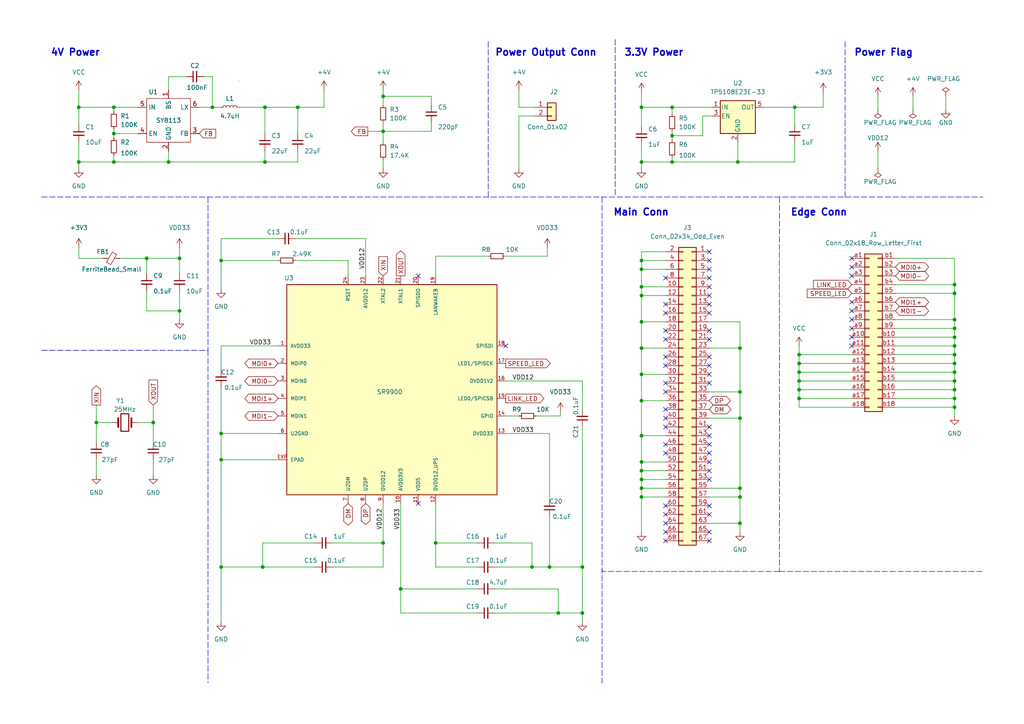
<source format=kicad_sch>
(kicad_sch (version 20211123) (generator eeschema)
  (paper "A4")
  (title_block (title "Samsung S8 Extra") (date "2022-05-11") (company "NikSun"))
  (lib_symbols
    (symbol "Connector_Generic:Conn_01x02" (pin_names (offset 1.016) hide)
      (property "Reference" "J" (at 0 2.54 0))
      (property "Value" "Conn_01x02" (at 0 -5.08 0))
      (symbol "Conn_01x02_1_1"
        (pin passive line (at -5.08 0 0) (length 3.81) (name "Pin_1") (number "1"))
        (pin passive line (at -5.08 -2.54 0) (length 3.81) (name "Pin_2") (number "2"))
      )
    )
    (symbol "Connector_Generic:Conn_02x18_Row_Letter_First" (pin_names (offset 1.016) hide)
      (property "Reference" "J" (at 1.27 22.86 0))
      (property "Value" "Conn_02x18_Row_Letter_First" (at 1.27 -25.4 0))
      (symbol "Conn_02x18_Row_Letter_First_1_1"
        (pin passive line (at -5.08 20.32 0) (length 3.81) (name "Pin_a1") (number "a1"))
        (pin passive line (at -5.08 -2.54 0) (length 3.81) (name "Pin_a10") (number "a10"))
        (pin passive line (at -5.08 -5.08 0) (length 3.81) (name "Pin_a11") (number "a11"))
        (pin passive line (at -5.08 -7.62 0) (length 3.81) (name "Pin_a12") (number "a12"))
        (pin passive line (at -5.08 -10.16 0) (length 3.81) (name "Pin_a13") (number "a13"))
        (pin passive line (at -5.08 -12.7 0) (length 3.81) (name "Pin_a14") (number "a14"))
        (pin passive line (at -5.08 -15.24 0) (length 3.81) (name "Pin_a15") (number "a15"))
        (pin passive line (at -5.08 -17.78 0) (length 3.81) (name "Pin_a16") (number "a16"))
        (pin passive line (at -5.08 -20.32 0) (length 3.81) (name "Pin_a17") (number "a17"))
        (pin passive line (at -5.08 -22.86 0) (length 3.81) (name "Pin_a18") (number "a18"))
        (pin passive line (at -5.08 17.78 0) (length 3.81) (name "Pin_a2") (number "a2"))
        (pin passive line (at -5.08 15.24 0) (length 3.81) (name "Pin_a3") (number "a3"))
        (pin passive line (at -5.08 12.7 0) (length 3.81) (name "Pin_a4") (number "a4"))
        (pin passive line (at -5.08 10.16 0) (length 3.81) (name "Pin_a5") (number "a5"))
        (pin passive line (at -5.08 7.62 0) (length 3.81) (name "Pin_a6") (number "a6"))
        (pin passive line (at -5.08 5.08 0) (length 3.81) (name "Pin_a7") (number "a7"))
        (pin passive line (at -5.08 2.54 0) (length 3.81) (name "Pin_a8") (number "a8"))
        (pin passive line (at -5.08 0 0) (length 3.81) (name "Pin_a9") (number "a9"))
        (pin passive line (at 7.62 20.32 180) (length 3.81) (name "Pin_b1") (number "b1"))
        (pin passive line (at 7.62 -2.54 180) (length 3.81) (name "Pin_b10") (number "b10"))
        (pin passive line (at 7.62 -5.08 180) (length 3.81) (name "Pin_b11") (number "b11"))
        (pin passive line (at 7.62 -7.62 180) (length 3.81) (name "Pin_b12") (number "b12"))
        (pin passive line (at 7.62 -10.16 180) (length 3.81) (name "Pin_b13") (number "b13"))
        (pin passive line (at 7.62 -12.7 180) (length 3.81) (name "Pin_b14") (number "b14"))
        (pin passive line (at 7.62 -15.24 180) (length 3.81) (name "Pin_b15") (number "b15"))
        (pin passive line (at 7.62 -17.78 180) (length 3.81) (name "Pin_b16") (number "b16"))
        (pin passive line (at 7.62 -20.32 180) (length 3.81) (name "Pin_b17") (number "b17"))
        (pin passive line (at 7.62 -22.86 180) (length 3.81) (name "Pin_b18") (number "b18"))
        (pin passive line (at 7.62 17.78 180) (length 3.81) (name "Pin_b2") (number "b2"))
        (pin passive line (at 7.62 15.24 180) (length 3.81) (name "Pin_b3") (number "b3"))
        (pin passive line (at 7.62 12.7 180) (length 3.81) (name "Pin_b4") (number "b4"))
        (pin passive line (at 7.62 10.16 180) (length 3.81) (name "Pin_b5") (number "b5"))
        (pin passive line (at 7.62 7.62 180) (length 3.81) (name "Pin_b6") (number "b6"))
        (pin passive line (at 7.62 5.08 180) (length 3.81) (name "Pin_b7") (number "b7"))
        (pin passive line (at 7.62 2.54 180) (length 3.81) (name "Pin_b8") (number "b8"))
        (pin passive line (at 7.62 0 180) (length 3.81) (name "Pin_b9") (number "b9"))
      )
    )
    (symbol "Connector_Generic:Conn_02x34_Odd_Even" (pin_names (offset 1.016) hide)
      (property "Reference" "J" (at 1.27 43.18 0))
      (property "Value" "Conn_02x34_Odd_Even" (at 1.27 -45.72 0))
      (symbol "Conn_02x34_Odd_Even_1_1"
        (pin passive line (at -5.08 40.64 0) (length 3.81) (name "Pin_1") (number "1"))
        (pin passive line (at 7.62 30.48 180) (length 3.81) (name "Pin_10") (number "10"))
        (pin passive line (at -5.08 27.94 0) (length 3.81) (name "Pin_11") (number "11"))
        (pin passive line (at 7.62 27.94 180) (length 3.81) (name "Pin_12") (number "12"))
        (pin passive line (at -5.08 25.4 0) (length 3.81) (name "Pin_13") (number "13"))
        (pin passive line (at 7.62 25.4 180) (length 3.81) (name "Pin_14") (number "14"))
        (pin passive line (at -5.08 22.86 0) (length 3.81) (name "Pin_15") (number "15"))
        (pin passive line (at 7.62 22.86 180) (length 3.81) (name "Pin_16") (number "16"))
        (pin passive line (at -5.08 20.32 0) (length 3.81) (name "Pin_17") (number "17"))
        (pin passive line (at 7.62 20.32 180) (length 3.81) (name "Pin_18") (number "18"))
        (pin passive line (at -5.08 17.78 0) (length 3.81) (name "Pin_19") (number "19"))
        (pin passive line (at 7.62 40.64 180) (length 3.81) (name "Pin_2") (number "2"))
        (pin passive line (at 7.62 17.78 180) (length 3.81) (name "Pin_20") (number "20"))
        (pin passive line (at -5.08 15.24 0) (length 3.81) (name "Pin_21") (number "21"))
        (pin passive line (at 7.62 15.24 180) (length 3.81) (name "Pin_22") (number "22"))
        (pin passive line (at -5.08 12.7 0) (length 3.81) (name "Pin_23") (number "23"))
        (pin passive line (at 7.62 12.7 180) (length 3.81) (name "Pin_24") (number "24"))
        (pin passive line (at -5.08 10.16 0) (length 3.81) (name "Pin_25") (number "25"))
        (pin passive line (at 7.62 10.16 180) (length 3.81) (name "Pin_26") (number "26"))
        (pin passive line (at -5.08 7.62 0) (length 3.81) (name "Pin_27") (number "27"))
        (pin passive line (at 7.62 7.62 180) (length 3.81) (name "Pin_28") (number "28"))
        (pin passive line (at -5.08 5.08 0) (length 3.81) (name "Pin_29") (number "29"))
        (pin passive line (at -5.08 38.1 0) (length 3.81) (name "Pin_3") (number "3"))
        (pin passive line (at 7.62 5.08 180) (length 3.81) (name "Pin_30") (number "30"))
        (pin passive line (at -5.08 2.54 0) (length 3.81) (name "Pin_31") (number "31"))
        (pin passive line (at 7.62 2.54 180) (length 3.81) (name "Pin_32") (number "32"))
        (pin passive line (at -5.08 0 0) (length 3.81) (name "Pin_33") (number "33"))
        (pin passive line (at 7.62 0 180) (length 3.81) (name "Pin_34") (number "34"))
        (pin passive line (at -5.08 -2.54 0) (length 3.81) (name "Pin_35") (number "35"))
        (pin passive line (at 7.62 -2.54 180) (length 3.81) (name "Pin_36") (number "36"))
        (pin passive line (at -5.08 -5.08 0) (length 3.81) (name "Pin_37") (number "37"))
        (pin passive line (at 7.62 -5.08 180) (length 3.81) (name "Pin_38") (number "38"))
        (pin passive line (at -5.08 -7.62 0) (length 3.81) (name "Pin_39") (number "39"))
        (pin passive line (at 7.62 38.1 180) (length 3.81) (name "Pin_4") (number "4"))
        (pin passive line (at 7.62 -7.62 180) (length 3.81) (name "Pin_40") (number "40"))
        (pin passive line (at -5.08 -10.16 0) (length 3.81) (name "Pin_41") (number "41"))
        (pin passive line (at 7.62 -10.16 180) (length 3.81) (name "Pin_42") (number "42"))
        (pin passive line (at -5.08 -12.7 0) (length 3.81) (name "Pin_43") (number "43"))
        (pin passive line (at 7.62 -12.7 180) (length 3.81) (name "Pin_44") (number "44"))
        (pin passive line (at -5.08 -15.24 0) (length 3.81) (name "Pin_45") (number "45"))
        (pin passive line (at 7.62 -15.24 180) (length 3.81) (name "Pin_46") (number "46"))
        (pin passive line (at -5.08 -17.78 0) (length 3.81) (name "Pin_47") (number "47"))
        (pin passive line (at 7.62 -17.78 180) (length 3.81) (name "Pin_48") (number "48"))
        (pin passive line (at -5.08 -20.32 0) (length 3.81) (name "Pin_49") (number "49"))
        (pin passive line (at -5.08 35.56 0) (length 3.81) (name "Pin_5") (number "5"))
        (pin passive line (at 7.62 -20.32 180) (length 3.81) (name "Pin_50") (number "50"))
        (pin passive line (at -5.08 -22.86 0) (length 3.81) (name "Pin_51") (number "51"))
        (pin passive line (at 7.62 -22.86 180) (length 3.81) (name "Pin_52") (number "52"))
        (pin passive line (at -5.08 -25.4 0) (length 3.81) (name "Pin_53") (number "53"))
        (pin passive line (at 7.62 -25.4 180) (length 3.81) (name "Pin_54") (number "54"))
        (pin passive line (at -5.08 -27.94 0) (length 3.81) (name "Pin_55") (number "55"))
        (pin passive line (at 7.62 -27.94 180) (length 3.81) (name "Pin_56") (number "56"))
        (pin passive line (at -5.08 -30.48 0) (length 3.81) (name "Pin_57") (number "57"))
        (pin passive line (at 7.62 -30.48 180) (length 3.81) (name "Pin_58") (number "58"))
        (pin passive line (at -5.08 -33.02 0) (length 3.81) (name "Pin_59") (number "59"))
        (pin passive line (at 7.62 35.56 180) (length 3.81) (name "Pin_6") (number "6"))
        (pin passive line (at 7.62 -33.02 180) (length 3.81) (name "Pin_60") (number "60"))
        (pin passive line (at -5.08 -35.56 0) (length 3.81) (name "Pin_61") (number "61"))
        (pin passive line (at 7.62 -35.56 180) (length 3.81) (name "Pin_62") (number "62"))
        (pin passive line (at -5.08 -38.1 0) (length 3.81) (name "Pin_63") (number "63"))
        (pin passive line (at 7.62 -38.1 180) (length 3.81) (name "Pin_64") (number "64"))
        (pin passive line (at -5.08 -40.64 0) (length 3.81) (name "Pin_65") (number "65"))
        (pin passive line (at 7.62 -40.64 180) (length 3.81) (name "Pin_66") (number "66"))
        (pin passive line (at -5.08 -43.18 0) (length 3.81) (name "Pin_67") (number "67"))
        (pin passive line (at 7.62 -43.18 180) (length 3.81) (name "Pin_68") (number "68"))
        (pin passive line (at -5.08 33.02 0) (length 3.81) (name "Pin_7") (number "7"))
        (pin passive line (at 7.62 33.02 180) (length 3.81) (name "Pin_8") (number "8"))
        (pin passive line (at -5.08 30.48 0) (length 3.81) (name "Pin_9") (number "9"))
      )
    )
    (symbol "Converter_DCDC:SY8113"
      (property "Reference" "U" (at 0 1.27 0))
      (property "Value" "SY8113" (at 6.35 -6.35 0))
      (symbol "SY8113_1_1"
        (pin passive line (at 6.35 2.54 270) (length 2.54) (name "BS") (number "1"))
        (pin power_in line (at 6.35 -15.24 90) (length 2.54) (name "GND") (number "2"))
        (pin input line (at 15.24 -10.16 180) (length 2.54) (name "FB") (number "3"))
        (pin input line (at -2.54 -10.16 0) (length 2.54) (name "EN") (number "4"))
        (pin power_in line (at -2.54 -2.54 0) (length 2.54) (name "IN") (number "5"))
        (pin power_out line (at 15.24 -2.54 180) (length 2.54) (name "LX") (number "6"))
      )
    )
    (symbol "Device:C_Small" (pin_numbers hide) (pin_names (offset 0.254) hide)
      (property "Reference" "C" (at 0.254 1.778 0))
      (property "Value" "C_Small" (at 0.254 -2.032 0))
      (symbol "C_Small_1_1"
        (pin passive line (at 0 2.54 270) (length 2.032) (name "~") (number "1"))
        (pin passive line (at 0 -2.54 90) (length 2.032) (name "~") (number "2"))
      )
    )
    (symbol "Device:Crystal" (pin_numbers hide) (pin_names (offset 1.016) hide)
      (property "Reference" "Y" (at 0 3.81 0))
      (property "Value" "Crystal" (at 0 -3.81 0))
      (symbol "Crystal_1_1"
        (pin passive line (at -3.81 0 0) (length 1.27) (name "1") (number "1"))
        (pin passive line (at 3.81 0 180) (length 1.27) (name "2") (number "2"))
      )
    )
    (symbol "Device:FerriteBead_Small" (pin_numbers hide) (pin_names (offset 0))
      (property "Reference" "FB" (at 1.905 1.27 0))
      (property "Value" "FerriteBead_Small" (at 1.905 -1.27 0))
      (symbol "FerriteBead_Small_1_1"
        (pin passive line (at 0 2.54 270) (length 1.27) (name "~") (number "1"))
        (pin passive line (at 0 -2.54 90) (length 1.27) (name "~") (number "2"))
      )
    )
    (symbol "Device:L_Small" (pin_numbers hide) (pin_names (offset 0.254) hide)
      (property "Reference" "L" (at 0.762 1.016 0))
      (property "Value" "L_Small" (at 0.762 -1.016 0))
      (symbol "L_Small_1_1"
        (pin passive line (at 0 2.54 270) (length 0.508) (name "~") (number "1"))
        (pin passive line (at 0 -2.54 90) (length 0.508) (name "~") (number "2"))
      )
    )
    (symbol "Device:R_Small" (pin_numbers hide) (pin_names (offset 0.254) hide)
      (property "Reference" "R" (at 0.762 0.508 0))
      (property "Value" "R_Small" (at 0.762 -1.016 0))
      (symbol "R_Small_1_1"
        (pin passive line (at 0 2.54 270) (length 0.762) (name "~") (number "1"))
        (pin passive line (at 0 -2.54 90) (length 0.762) (name "~") (number "2"))
      )
    )
    (symbol "Regulator_Linear:LD39015M33R" (pin_names (offset 0.254))
      (property "Reference" "U" (at -3.81 5.715 0))
      (property "Value" "LD39015M33R" (at 0 5.715 0))
      (symbol "LD39015M33R_1_1"
        (pin power_in line (at -7.62 2.54 0) (length 2.54) (name "IN") (number "1"))
        (pin power_in line (at 0 -7.62 90) (length 2.54) (name "GND") (number "2"))
        (pin input line (at -7.62 0 0) (length 2.54) (name "EN") (number "3"))
        (pin no_connect line (at 5.08 0 180) (length 2.54) hide (name "NC") (number "4"))
        (pin power_out line (at 7.62 2.54 180) (length 2.54) (name "OUT") (number "5"))
      )
    )
    (symbol "USB_SR9900:SR9900" (pin_names (offset 1.016))
      (property "Reference" "U" (at -30.48 31.242 0))
      (property "Value" "SR9900" (at -30.48 -33.02 0))
      (symbol "SR9900_0_0"
        (pin power_in line (at -33.02 12.7 0) (length 2.54) (name "AVDD33") (number "1"))
        (pin power_out line (at 2.54 -33.02 90) (length 2.54) (name "AVDD3V3") (number "10"))
        (pin power_in line (at 7.62 -33.02 90) (length 2.54) (name "VDD5") (number "11"))
        (pin power_out line (at 12.7 -33.02 90) (length 2.54) (name "DVDD12_UPS") (number "12"))
        (pin power_in line (at 33.02 -12.7 180) (length 2.54) (name "DVDD33") (number "13"))
        (pin bidirectional line (at 33.02 -7.62 180) (length 2.54) (name "GPIO") (number "14"))
        (pin output line (at 33.02 -2.54 180) (length 2.54) (name "LED0/SPICSB") (number "15"))
        (pin power_in line (at 33.02 2.54 180) (length 2.54) (name "DVDD1V2") (number "16"))
        (pin output line (at 33.02 7.62 180) (length 2.54) (name "LED1/SPISCK") (number "17"))
        (pin output line (at 33.02 12.7 180) (length 2.54) (name "SPISDI") (number "18"))
        (pin output line (at 12.7 33.02 270) (length 2.54) (name "LANWAKEB") (number "19"))
        (pin bidirectional line (at -33.02 7.62 0) (length 2.54) (name "MDIP0") (number "2"))
        (pin input line (at 7.62 33.02 270) (length 2.54) (name "SPISDO") (number "20"))
        (pin input line (at 2.54 33.02 270) (length 2.54) (name "XTAL1") (number "21"))
        (pin output line (at -2.54 33.02 270) (length 2.54) (name "XTAL2") (number "22"))
        (pin power_in line (at -7.62 33.02 270) (length 2.54) (name "AVDD12") (number "23"))
        (pin input line (at -12.7 33.02 270) (length 2.54) (name "RSET") (number "24"))
        (pin bidirectional line (at -33.02 2.54 0) (length 2.54) (name "MDIN0") (number "3"))
        (pin bidirectional line (at -33.02 -2.54 0) (length 2.54) (name "MDIP1") (number "4"))
        (pin bidirectional line (at -33.02 -7.62 0) (length 2.54) (name "MDIN1") (number "5"))
        (pin power_in line (at -33.02 -12.7 0) (length 2.54) (name "U2GND") (number "6"))
        (pin bidirectional line (at -12.7 -33.02 90) (length 2.54) (name "U2DM") (number "7"))
        (pin bidirectional line (at -7.62 -33.02 90) (length 2.54) (name "U2DP") (number "8"))
        (pin power_in line (at -2.54 -33.02 90) (length 2.54) (name "DVDD12") (number "9"))
        (pin power_in line (at -33.02 -20.32 0) (length 2.54) (name "EPAD") (number "EXP"))
      )
    )
    (symbol "power:+3.3V" (power) (pin_names (offset 0))
      (property "Value" "+3.3V" (at 0 3.556 0))
      (symbol "+3.3V_1_1"
        (pin power_in line (at 0 0 90) (length 0) hide (name "+3V3") (number "1"))
      )
    )
    (symbol "power:+4V" (power) (pin_names (offset 0))
      (property "Value" "+4V" (at 0 3.556 0))
      (symbol "+4V_1_1"
        (pin power_in line (at 0 0 90) (length 0) hide (name "+4V") (number "1"))
      )
    )
    (symbol "power:GND" (power) (pin_names (offset 0))
      (property "Value" "GND" (at 0 -3.81 0))
      (symbol "GND_1_1"
        (pin power_in line (at 0 0 270) (length 0) hide (name "GND") (number "1"))
      )
    )
    (symbol "power:PWR_FLAG" (power) (pin_numbers hide) (pin_names (offset 0) hide)
      (property "Value" "PWR_FLAG" (at 0 3.81 0))
      (symbol "PWR_FLAG_0_0"
        (pin power_out line (at 0 0 90) (length 0) (name "pwr") (number "1"))
      )
    )
    (symbol "power:VCC" (power) (pin_names (offset 0))
      (property "Value" "VCC" (at 0 3.81 0))
      (symbol "VCC_1_1"
        (pin power_in line (at 0 0 90) (length 0) hide (name "VCC") (number "1"))
      )
    )
    (symbol "power:VDD12" (power)
      (property "Value" "VDD12" (at 0 1.27 0))
      (symbol "VDD12_1_1"
        (pin power_in line (at 0 -2.54 90) (length 2.54) hide (name "VDD12") (number "1"))
      )
    )
    (symbol "power:VDD33" (power) (in_bom no) (on_board no)
      (property "Value" "VDD33" (at 0 1.27 0))
      (symbol "VDD33_1_1"
        (pin power_in line (at 0 -2.54 90) (length 2.54) hide (name "VDD33") (number "1"))
      )
    )
  )
  (junction (at 33.02 46.99))
  (junction (at 186.055 100.965))
  (junction (at 231.775 107.95))
  (junction (at 48.895 46.99))
  (junction (at 111.125 27.94))
  (junction (at 186.055 126.365))
  (junction (at 194.945 39.37))
  (junction (at 168.91 177.8))
  (junction (at 126.365 157.48))
  (junction (at 214.63 141.605))
  (junction (at 214.63 151.765))
  (junction (at 276.86 110.49))
  (junction (at 154.305 164.465))
  (junction (at 159.385 164.465))
  (junction (at 194.945 46.99))
  (junction (at 276.86 82.55))
  (junction (at 111.125 157.48))
  (junction (at 76.2 164.465))
  (junction (at 276.86 105.41))
  (junction (at 276.86 85.09))
  (junction (at 214.63 113.665))
  (junction (at 186.055 78.105))
  (junction (at 276.86 95.25))
  (junction (at 230.505 31.115))
  (junction (at 61.595 31.115))
  (junction (at 276.86 97.79))
  (junction (at 186.055 139.065))
  (junction (at 64.135 133.35))
  (junction (at 214.63 144.145))
  (junction (at 231.775 113.03))
  (junction (at 276.86 107.95))
  (junction (at 52.07 90.17))
  (junction (at 22.86 46.99))
  (junction (at 186.055 85.725))
  (junction (at 22.86 31.115))
  (junction (at 276.86 118.11))
  (junction (at 186.055 141.605))
  (junction (at 231.775 105.41))
  (junction (at 194.945 31.115))
  (junction (at 27.94 122.555))
  (junction (at 42.545 74.93))
  (junction (at 111.125 38.1))
  (junction (at 214.63 100.965))
  (junction (at 86.36 31.115))
  (junction (at 64.135 164.465))
  (junction (at 231.775 115.57))
  (junction (at 33.02 31.115))
  (junction (at 116.205 170.815))
  (junction (at 231.775 102.87))
  (junction (at 33.02 38.735))
  (junction (at 64.135 75.565))
  (junction (at 168.91 164.465))
  (junction (at 276.86 100.33))
  (junction (at 76.835 46.99))
  (junction (at 231.775 110.49))
  (junction (at 186.055 93.345))
  (junction (at 186.055 136.525))
  (junction (at 186.055 116.205))
  (junction (at 186.055 83.185))
  (junction (at 186.055 133.985))
  (junction (at 52.07 74.93))
  (junction (at 214.63 121.285))
  (junction (at 186.055 46.99))
  (junction (at 186.055 108.585))
  (junction (at 76.835 31.115))
  (junction (at 186.055 144.145))
  (junction (at 276.86 92.71))
  (junction (at 276.86 113.03))
  (junction (at 213.995 46.99))
  (junction (at 161.925 177.8))
  (junction (at 186.055 31.115))
  (junction (at 44.45 122.555))
  (junction (at 276.86 115.57))
  (junction (at 186.055 75.565))
  (junction (at 276.86 102.87))
  (junction (at 64.135 125.73))
  (no_connect (at 121.285 146.05))
  (no_connect (at 205.74 73.025))
  (no_connect (at 205.74 80.645))
  (no_connect (at 205.74 78.105))
  (no_connect (at 205.74 75.565))
  (no_connect (at 205.74 85.725))
  (no_connect (at 205.74 90.805))
  (no_connect (at 193.04 146.685))
  (no_connect (at 193.04 118.745))
  (no_connect (at 193.04 123.825))
  (no_connect (at 193.04 121.285))
  (no_connect (at 193.04 113.665))
  (no_connect (at 193.04 149.225))
  (no_connect (at 193.04 151.765))
  (no_connect (at 193.04 90.805))
  (no_connect (at 193.04 88.265))
  (no_connect (at 193.04 80.645))
  (no_connect (at 193.04 106.045))
  (no_connect (at 193.04 111.125))
  (no_connect (at 193.04 103.505))
  (no_connect (at 193.04 98.425))
  (no_connect (at 193.04 95.885))
  (no_connect (at 193.04 131.445))
  (no_connect (at 193.04 128.905))
  (no_connect (at 205.74 146.685))
  (no_connect (at 205.74 149.225))
  (no_connect (at 205.74 88.265))
  (no_connect (at 205.74 83.185))
  (no_connect (at 205.74 98.425))
  (no_connect (at 205.74 95.885))
  (no_connect (at 205.74 111.125))
  (no_connect (at 205.74 108.585))
  (no_connect (at 205.74 106.045))
  (no_connect (at 205.74 103.505))
  (no_connect (at 205.74 131.445))
  (no_connect (at 205.74 128.905))
  (no_connect (at 205.74 123.825))
  (no_connect (at 205.74 126.365))
  (no_connect (at 205.74 136.525))
  (no_connect (at 205.74 139.065))
  (no_connect (at 205.74 133.985))
  (no_connect (at 205.74 156.845))
  (no_connect (at 205.74 154.305))
  (no_connect (at 193.04 156.845))
  (no_connect (at 193.04 154.305))
  (no_connect (at 247.015 74.93))
  (no_connect (at 247.015 77.47))
  (no_connect (at 247.015 80.01))
  (no_connect (at 247.015 100.33))
  (no_connect (at 247.015 87.63))
  (no_connect (at 247.015 90.17))
  (no_connect (at 247.015 92.71))
  (no_connect (at 247.015 95.25))
  (no_connect (at 247.015 97.79))
  (no_connect (at 121.285 80.01))
  (no_connect (at 146.685 100.33))
  (wire (pts (xy 154.94 33.655) (xy 150.495 33.655)))
  (wire (pts (xy 158.75 71.755) (xy 158.75 74.295)))
  (wire (pts (xy 80.645 75.565) (xy 64.135 75.565)))
  (wire (pts (xy 186.055 141.605) (xy 186.055 144.145)))
  (wire (pts (xy 111.125 26.035) (xy 111.125 27.94)))
  (wire (pts (xy 168.91 123.825) (xy 168.91 164.465)))
  (wire (pts (xy 186.055 133.985) (xy 193.04 133.985)))
  (wire (pts (xy 259.715 113.03) (xy 276.86 113.03)))
  (wire (pts (xy 186.055 136.525) (xy 193.04 136.525)))
  (wire (pts (xy 126.365 164.465) (xy 138.43 164.465)))
  (wire (pts (xy 33.02 38.735) (xy 40.005 38.735)))
  (wire (pts (xy 116.205 177.8) (xy 116.205 170.815)))
  (wire (pts (xy 276.86 85.09) (xy 276.86 92.71)))
  (wire (pts (xy 106.68 38.1) (xy 111.125 38.1)))
  (wire (pts (xy 27.94 117.475) (xy 27.94 122.555)))
  (wire (pts (xy 33.02 38.735) (xy 33.02 40.005)))
  (wire (pts (xy 231.775 113.03) (xy 231.775 110.49)))
  (wire (pts (xy 259.715 100.33) (xy 276.86 100.33)))
  (wire (pts (xy 143.51 157.48) (xy 154.305 157.48)))
  (wire (pts (xy 76.2 164.465) (xy 91.44 164.465)))
  (wire (pts (xy 116.205 170.815) (xy 138.43 170.815)))
  (wire (pts (xy 64.135 133.35) (xy 64.135 164.465)))
  (wire (pts (xy 111.125 146.05) (xy 111.125 157.48)))
  (wire (pts (xy 186.055 83.185) (xy 193.04 83.185)))
  (wire (pts (xy 22.86 46.99) (xy 22.86 48.895)))
  (wire (pts (xy 194.945 38.1) (xy 194.945 39.37)))
  (wire (pts (xy 64.135 100.33) (xy 64.135 107.315)))
  (wire (pts (xy 186.055 133.985) (xy 186.055 136.525)))
  (polyline (pts (xy 60.325 101.6) (xy 60.325 198.12)))
  (wire (pts (xy 276.86 105.41) (xy 276.86 107.95)))
  (wire (pts (xy 22.86 26.035) (xy 22.86 31.115)))
  (wire (pts (xy 214.63 151.765) (xy 214.63 154.305)))
  (wire (pts (xy 186.055 83.185) (xy 186.055 85.725)))
  (wire (pts (xy 276.86 82.55) (xy 276.86 85.09)))
  (wire (pts (xy 159.385 149.86) (xy 159.385 164.465)))
  (wire (pts (xy 76.835 46.99) (xy 86.36 46.99)))
  (wire (pts (xy 186.055 85.725) (xy 193.04 85.725)))
  (wire (pts (xy 186.055 85.725) (xy 186.055 93.345)))
  (wire (pts (xy 231.775 113.03) (xy 247.015 113.03)))
  (wire (pts (xy 231.775 110.49) (xy 231.775 107.95)))
  (polyline (pts (xy 60.325 57.15) (xy 60.325 101.6)))
  (wire (pts (xy 276.86 74.93) (xy 276.86 82.55)))
  (wire (pts (xy 186.055 78.105) (xy 193.04 78.105)))
  (polyline (pts (xy 178.435 11.43) (xy 178.435 56.515)))
  (wire (pts (xy 186.055 139.065) (xy 186.055 141.605)))
  (wire (pts (xy 247.015 102.87) (xy 231.775 102.87)))
  (wire (pts (xy 76.835 31.115) (xy 86.36 31.115)))
  (wire (pts (xy 64.135 164.465) (xy 64.135 180.34)))
  (polyline (pts (xy 245.11 12.065) (xy 245.11 57.15)))
  (wire (pts (xy 33.02 31.115) (xy 40.005 31.115)))
  (wire (pts (xy 44.45 117.475) (xy 44.45 122.555)))
  (wire (pts (xy 100.965 75.565) (xy 85.725 75.565)))
  (wire (pts (xy 27.94 122.555) (xy 27.94 128.27)))
  (wire (pts (xy 206.375 33.655) (xy 203.835 33.655)))
  (wire (pts (xy 33.02 31.115) (xy 33.02 32.385)))
  (wire (pts (xy 259.715 107.95) (xy 276.86 107.95)))
  (wire (pts (xy 161.925 177.8) (xy 168.91 177.8)))
  (wire (pts (xy 154.305 157.48) (xy 154.305 164.465)))
  (wire (pts (xy 143.51 177.8) (xy 161.925 177.8)))
  (wire (pts (xy 111.125 157.48) (xy 111.125 164.465)))
  (wire (pts (xy 259.715 85.09) (xy 276.86 85.09)))
  (wire (pts (xy 42.545 74.93) (xy 42.545 79.375)))
  (wire (pts (xy 259.715 95.25) (xy 276.86 95.25)))
  (wire (pts (xy 42.545 84.455) (xy 42.545 90.17)))
  (wire (pts (xy 86.36 31.115) (xy 93.98 31.115)))
  (wire (pts (xy 116.205 170.815) (xy 116.205 146.05)))
  (wire (pts (xy 186.055 93.345) (xy 193.04 93.345)))
  (wire (pts (xy 276.86 97.79) (xy 276.86 100.33)))
  (wire (pts (xy 193.04 73.025) (xy 186.055 73.025)))
  (wire (pts (xy 230.505 46.99) (xy 213.995 46.99)))
  (wire (pts (xy 230.505 31.115) (xy 230.505 36.195)))
  (wire (pts (xy 64.135 133.35) (xy 80.645 133.35)))
  (wire (pts (xy 64.135 164.465) (xy 76.2 164.465)))
  (polyline (pts (xy 12.065 57.15) (xy 285.115 57.15)))
  (wire (pts (xy 276.86 95.25) (xy 276.86 97.79)))
  (wire (pts (xy 231.775 105.41) (xy 231.775 102.87)))
  (wire (pts (xy 186.055 116.205) (xy 193.04 116.205)))
  (wire (pts (xy 186.055 108.585) (xy 186.055 116.205)))
  (wire (pts (xy 93.98 31.115) (xy 93.98 26.035)))
  (wire (pts (xy 186.055 144.145) (xy 186.055 154.305)))
  (wire (pts (xy 276.86 92.71) (xy 276.86 95.25)))
  (wire (pts (xy 143.51 164.465) (xy 154.305 164.465)))
  (wire (pts (xy 126.365 146.05) (xy 126.365 157.48)))
  (wire (pts (xy 194.945 39.37) (xy 194.945 40.64)))
  (wire (pts (xy 64.135 112.395) (xy 64.135 125.73)))
  (wire (pts (xy 259.715 97.79) (xy 276.86 97.79)))
  (wire (pts (xy 57.785 31.115) (xy 61.595 31.115)))
  (wire (pts (xy 186.055 31.115) (xy 186.055 36.83)))
  (wire (pts (xy 48.895 22.225) (xy 48.895 26.035)))
  (wire (pts (xy 154.94 31.115) (xy 150.495 31.115)))
  (wire (pts (xy 276.86 110.49) (xy 276.86 113.03)))
  (polyline (pts (xy 174.625 57.15) (xy 174.625 198.12)))
  (wire (pts (xy 111.125 38.1) (xy 111.125 41.275)))
  (wire (pts (xy 146.685 74.295) (xy 158.75 74.295)))
  (wire (pts (xy 111.125 35.56) (xy 111.125 38.1)))
  (wire (pts (xy 76.835 43.815) (xy 76.835 46.99)))
  (wire (pts (xy 52.07 84.455) (xy 52.07 90.17)))
  (wire (pts (xy 59.055 22.225) (xy 61.595 22.225)))
  (wire (pts (xy 125.095 35.56) (xy 125.095 38.1)))
  (wire (pts (xy 27.94 133.35) (xy 27.94 137.795)))
  (wire (pts (xy 276.86 102.87) (xy 276.86 105.41)))
  (wire (pts (xy 22.86 31.115) (xy 33.02 31.115)))
  (wire (pts (xy 205.74 141.605) (xy 214.63 141.605)))
  (polyline (pts (xy 141.605 12.065) (xy 141.605 57.15)))
  (wire (pts (xy 52.07 90.17) (xy 52.07 92.71)))
  (wire (pts (xy 186.055 141.605) (xy 193.04 141.605)))
  (wire (pts (xy 238.76 31.115) (xy 238.76 26.67)))
  (wire (pts (xy 231.775 118.11) (xy 231.775 115.57)))
  (wire (pts (xy 186.055 41.91) (xy 186.055 46.99)))
  (wire (pts (xy 186.055 46.99) (xy 186.055 48.895)))
  (wire (pts (xy 48.895 43.815) (xy 48.895 46.99)))
  (wire (pts (xy 33.02 46.99) (xy 48.895 46.99)))
  (wire (pts (xy 186.055 73.025) (xy 186.055 75.565)))
  (wire (pts (xy 64.135 125.73) (xy 64.135 133.35)))
  (wire (pts (xy 155.575 120.65) (xy 162.56 120.65)))
  (wire (pts (xy 76.2 157.48) (xy 76.2 164.465)))
  (wire (pts (xy 214.63 93.345) (xy 214.63 100.965)))
  (wire (pts (xy 194.945 46.99) (xy 213.995 46.99)))
  (wire (pts (xy 259.715 115.57) (xy 276.86 115.57)))
  (wire (pts (xy 100.965 80.01) (xy 100.965 75.565)))
  (wire (pts (xy 64.135 69.215) (xy 64.135 75.565)))
  (wire (pts (xy 80.645 125.73) (xy 64.135 125.73)))
  (wire (pts (xy 276.86 115.57) (xy 276.86 118.11)))
  (wire (pts (xy 162.56 119.38) (xy 162.56 120.65)))
  (wire (pts (xy 64.135 75.565) (xy 64.135 83.82)))
  (wire (pts (xy 205.74 93.345) (xy 214.63 93.345)))
  (wire (pts (xy 231.775 115.57) (xy 231.775 113.03)))
  (wire (pts (xy 194.945 45.72) (xy 194.945 46.99)))
  (wire (pts (xy 205.74 151.765) (xy 214.63 151.765)))
  (wire (pts (xy 53.975 22.225) (xy 48.895 22.225)))
  (wire (pts (xy 126.365 157.48) (xy 126.365 164.465)))
  (wire (pts (xy 259.715 82.55) (xy 276.86 82.55)))
  (wire (pts (xy 168.91 164.465) (xy 168.91 177.8)))
  (wire (pts (xy 186.055 116.205) (xy 186.055 126.365)))
  (wire (pts (xy 194.945 31.115) (xy 206.375 31.115)))
  (wire (pts (xy 150.495 33.655) (xy 150.495 48.895)))
  (wire (pts (xy 150.495 31.115) (xy 150.495 26.035)))
  (wire (pts (xy 205.74 121.285) (xy 214.63 121.285)))
  (wire (pts (xy 52.07 74.93) (xy 52.07 79.375)))
  (wire (pts (xy 42.545 90.17) (xy 52.07 90.17)))
  (wire (pts (xy 32.385 122.555) (xy 27.94 122.555)))
  (wire (pts (xy 230.505 41.275) (xy 230.505 46.99)))
  (wire (pts (xy 214.63 100.965) (xy 214.63 113.665)))
  (wire (pts (xy 247.015 118.11) (xy 231.775 118.11)))
  (wire (pts (xy 52.07 71.755) (xy 52.07 74.93)))
  (wire (pts (xy 80.645 69.215) (xy 64.135 69.215)))
  (wire (pts (xy 96.52 157.48) (xy 111.125 157.48)))
  (wire (pts (xy 126.365 74.295) (xy 126.365 80.01)))
  (wire (pts (xy 231.775 110.49) (xy 247.015 110.49)))
  (wire (pts (xy 186.055 26.67) (xy 186.055 31.115)))
  (wire (pts (xy 138.43 157.48) (xy 126.365 157.48)))
  (wire (pts (xy 186.055 126.365) (xy 186.055 133.985)))
  (wire (pts (xy 276.86 107.95) (xy 276.86 110.49)))
  (wire (pts (xy 91.44 157.48) (xy 76.2 157.48)))
  (wire (pts (xy 22.86 41.275) (xy 22.86 46.99)))
  (wire (pts (xy 86.36 43.815) (xy 86.36 46.99)))
  (wire (pts (xy 186.055 75.565) (xy 186.055 78.105)))
  (wire (pts (xy 221.615 31.115) (xy 230.505 31.115)))
  (wire (pts (xy 186.055 100.965) (xy 193.04 100.965)))
  (wire (pts (xy 29.845 74.93) (xy 22.86 74.93)))
  (wire (pts (xy 194.945 31.115) (xy 194.945 33.02)))
  (wire (pts (xy 214.63 113.665) (xy 214.63 121.285)))
  (wire (pts (xy 42.545 74.93) (xy 52.07 74.93)))
  (polyline (pts (xy 226.06 165.735) (xy 285.115 165.735)))
  (wire (pts (xy 186.055 100.965) (xy 186.055 108.585)))
  (wire (pts (xy 213.995 46.99) (xy 213.995 41.275)))
  (wire (pts (xy 254.635 43.815) (xy 254.635 48.895)))
  (wire (pts (xy 205.74 100.965) (xy 214.63 100.965)))
  (wire (pts (xy 138.43 177.8) (xy 116.205 177.8)))
  (wire (pts (xy 34.925 74.93) (xy 42.545 74.93)))
  (wire (pts (xy 254.635 27.94) (xy 254.635 31.75)))
  (wire (pts (xy 106.045 69.215) (xy 85.725 69.215)))
  (wire (pts (xy 203.835 33.655) (xy 203.835 39.37)))
  (wire (pts (xy 186.055 75.565) (xy 193.04 75.565)))
  (wire (pts (xy 80.645 100.33) (xy 64.135 100.33)))
  (wire (pts (xy 274.32 27.94) (xy 274.32 31.75)))
  (wire (pts (xy 111.125 46.355) (xy 111.125 48.895)))
  (wire (pts (xy 96.52 164.465) (xy 111.125 164.465)))
  (wire (pts (xy 61.595 31.115) (xy 64.135 31.115)))
  (polyline (pts (xy 12.065 101.6) (xy 60.325 101.6)))
  (wire (pts (xy 214.63 144.145) (xy 214.63 151.765)))
  (wire (pts (xy 33.02 45.085) (xy 33.02 46.99)))
  (wire (pts (xy 203.835 39.37) (xy 194.945 39.37)))
  (polyline (pts (xy 226.06 57.15) (xy 226.06 165.735)))
  (wire (pts (xy 186.055 136.525) (xy 186.055 139.065)))
  (wire (pts (xy 168.91 110.49) (xy 168.91 118.745)))
  (wire (pts (xy 159.385 125.73) (xy 159.385 144.78)))
  (wire (pts (xy 264.795 27.94) (xy 264.795 31.75)))
  (wire (pts (xy 231.775 102.87) (xy 231.775 100.33)))
  (wire (pts (xy 231.775 107.95) (xy 231.775 105.41)))
  (wire (pts (xy 186.055 78.105) (xy 186.055 83.185)))
  (wire (pts (xy 106.045 80.01) (xy 106.045 69.215)))
  (wire (pts (xy 214.63 121.285) (xy 214.63 141.605)))
  (wire (pts (xy 143.51 170.815) (xy 161.925 170.815)))
  (wire (pts (xy 154.305 164.465) (xy 159.385 164.465)))
  (wire (pts (xy 40.005 122.555) (xy 44.45 122.555)))
  (wire (pts (xy 126.365 74.295) (xy 141.605 74.295)))
  (wire (pts (xy 22.86 31.115) (xy 22.86 36.195)))
  (wire (pts (xy 168.91 177.8) (xy 168.91 180.34)))
  (wire (pts (xy 61.595 22.225) (xy 61.595 31.115)))
  (wire (pts (xy 161.925 170.815) (xy 161.925 177.8)))
  (wire (pts (xy 44.45 133.35) (xy 44.45 137.795)))
  (wire (pts (xy 276.86 118.11) (xy 276.86 120.65)))
  (wire (pts (xy 44.45 122.555) (xy 44.45 128.27)))
  (wire (pts (xy 146.685 120.65) (xy 150.495 120.65)))
  (wire (pts (xy 22.86 46.99) (xy 33.02 46.99)))
  (wire (pts (xy 186.055 126.365) (xy 193.04 126.365)))
  (wire (pts (xy 33.02 37.465) (xy 33.02 38.735)))
  (wire (pts (xy 259.715 74.93) (xy 276.86 74.93)))
  (wire (pts (xy 186.055 144.145) (xy 193.04 144.145)))
  (wire (pts (xy 276.86 100.33) (xy 276.86 102.87)))
  (wire (pts (xy 186.055 139.065) (xy 193.04 139.065)))
  (wire (pts (xy 186.055 31.115) (xy 194.945 31.115)))
  (polyline (pts (xy 226.06 165.735) (xy 174.625 165.735)))
  (wire (pts (xy 125.095 27.94) (xy 125.095 30.48)))
  (wire (pts (xy 259.715 118.11) (xy 276.86 118.11)))
  (wire (pts (xy 205.74 113.665) (xy 214.63 113.665)))
  (wire (pts (xy 259.715 102.87) (xy 276.86 102.87)))
  (wire (pts (xy 231.775 105.41) (xy 247.015 105.41)))
  (wire (pts (xy 205.74 144.145) (xy 214.63 144.145)))
  (wire (pts (xy 69.215 31.115) (xy 76.835 31.115)))
  (wire (pts (xy 230.505 31.115) (xy 238.76 31.115)))
  (wire (pts (xy 259.715 110.49) (xy 276.86 110.49)))
  (wire (pts (xy 48.895 46.99) (xy 76.835 46.99)))
  (wire (pts (xy 76.835 31.115) (xy 76.835 38.735)))
  (wire (pts (xy 111.125 38.1) (xy 125.095 38.1)))
  (wire (pts (xy 214.63 141.605) (xy 214.63 144.145)))
  (wire (pts (xy 259.715 105.41) (xy 276.86 105.41)))
  (polyline (pts (xy 174.625 165.735) (xy 174.625 165.1)))
  (wire (pts (xy 231.775 115.57) (xy 247.015 115.57)))
  (wire (pts (xy 186.055 93.345) (xy 186.055 100.965)))
  (wire (pts (xy 111.125 27.94) (xy 111.125 30.48)))
  (wire (pts (xy 186.055 108.585) (xy 193.04 108.585)))
  (wire (pts (xy 86.36 31.115) (xy 86.36 38.735)))
  (wire (pts (xy 276.86 113.03) (xy 276.86 115.57)))
  (wire (pts (xy 259.715 92.71) (xy 276.86 92.71)))
  (wire (pts (xy 22.86 74.93) (xy 22.86 71.755)))
  (wire (pts (xy 146.685 110.49) (xy 168.91 110.49)))
  (wire (pts (xy 231.775 107.95) (xy 247.015 107.95)))
  (wire (pts (xy 125.095 27.94) (xy 111.125 27.94)))
  (wire (pts (xy 186.055 46.99) (xy 194.945 46.99)))
  (wire (pts (xy 159.385 164.465) (xy 168.91 164.465)))
  (wire (pts (xy 146.685 125.73) (xy 159.385 125.73)))
  (text "Power Output Conn" (at 143.51 16.51 0) (effects (font (size 2 2) (thickness 0.4) bold) (justify left bottom)))
  (text "3.3V Power" (at 180.975 16.51 0) (effects (font (size 2 2) (thickness 0.4) bold) (justify left bottom)))
  (text "Edge Conn" (at 229.235 62.865 0) (effects (font (size 2 2) (thickness 0.4) bold) (justify left bottom)))
  (text "Power Flag" (at 247.65 16.51 0) (effects (font (size 2 2) (thickness 0.4) bold) (justify left bottom)))
  (text "Main Conn" (at 177.8 62.865 0) (effects (font (size 2 2) (thickness 0.4) bold) (justify left bottom)))
  (text "4V Power" (at 14.605 16.51 0) (effects (font (size 2 2) (thickness 0.4) bold) (justify left bottom)))
  (label "VDD33" (at 72.39 100.33 0))
  (label "VDD33" (at 148.59 125.73 0))
  (label "VDD12" (at 111.125 153.67 90))
  (label "VDD12" (at 106.045 78.105 90))
  (label "VDD33" (at 116.205 153.67 90))
  (label "VDD12" (at 148.59 110.49 0))
  (global_label "XOUT" (shape output) (at 116.205 80.01 90) (property "插入图纸页参考" "${INTERSHEET_REFS}" (effects hide)))
  (global_label "XIN" (shape input) (at 111.125 80.01 90) (property "插入图纸页参考" "${INTERSHEET_REFS}" (effects hide)))
  (global_label "LINK_LED" (shape input) (at 247.015 82.55 180) (property "插入图纸页参考" "${INTERSHEET_REFS}" (effects hide)))
  (global_label "MDI1-" (shape bidirectional) (at 259.715 90.17 0) (property "插入图纸页参考" "${INTERSHEET_REFS}" (effects hide)))
  (global_label "MDI1-" (shape bidirectional) (at 80.645 120.65 180) (property "插入图纸页参考" "${INTERSHEET_REFS}" (effects hide)))
  (global_label "MDI0-" (shape bidirectional) (at 80.645 110.49 180) (property "插入图纸页参考" "${INTERSHEET_REFS}" (effects hide)))
  (global_label "MDI0+" (shape bidirectional) (at 259.715 77.47 0) (property "插入图纸页参考" "${INTERSHEET_REFS}" (effects hide)))
  (global_label "MDI0+" (shape bidirectional) (at 80.645 105.41 180) (property "插入图纸页参考" "${INTERSHEET_REFS}" (effects hide)))
  (global_label "SPEED_LED" (shape output) (at 146.685 105.41 0) (property "插入图纸页参考" "${INTERSHEET_REFS}" (effects hide)))
  (global_label "FB" (shape input) (at 57.785 38.735 0) (property "插入图纸页参考" "${INTERSHEET_REFS}" (effects hide)))
  (global_label "DM" (shape bidirectional) (at 100.965 146.05 270) (property "插入图纸页参考" "${INTERSHEET_REFS}" (effects hide)))
  (global_label "DM" (shape bidirectional) (at 205.74 118.745 0) (property "插入图纸页参考" "${INTERSHEET_REFS}" (effects hide)))
  (global_label "XOUT" (shape input) (at 44.45 117.475 90) (property "插入图纸页参考" "${INTERSHEET_REFS}" (effects hide)))
  (global_label "MDI0-" (shape bidirectional) (at 259.715 80.01 0) (property "插入图纸页参考" "${INTERSHEET_REFS}" (effects hide)))
  (global_label "MDI1+" (shape bidirectional) (at 80.645 115.57 180) (property "插入图纸页参考" "${INTERSHEET_REFS}" (effects hide)))
  (global_label "XIN" (shape output) (at 27.94 117.475 90) (property "插入图纸页参考" "${INTERSHEET_REFS}" (effects hide)))
  (global_label "SPEED_LED" (shape input) (at 247.015 85.09 180) (property "插入图纸页参考" "${INTERSHEET_REFS}" (effects hide)))
  (global_label "FB" (shape output) (at 106.68 38.1 180) (property "插入图纸页参考" "${INTERSHEET_REFS}" (effects hide)))
  (global_label "MDI1+" (shape bidirectional) (at 259.715 87.63 0) (property "插入图纸页参考" "${INTERSHEET_REFS}" (effects hide)))
  (global_label "DP" (shape bidirectional) (at 106.045 146.05 270) (property "插入图纸页参考" "${INTERSHEET_REFS}" (effects hide)))
  (global_label "DP" (shape bidirectional) (at 205.74 116.205 0) (property "插入图纸页参考" "${INTERSHEET_REFS}" (effects hide)))
  (global_label "LINK_LED" (shape output) (at 146.685 115.57 0) (property "插入图纸页参考" "${INTERSHEET_REFS}" (effects hide)))
  (symbol (lib_id "power:PWR_FLAG") (at 254.635 31.75 180) (unit 1)
    (property "Reference" "#FLG0101" (effects hide))
    (property "Value" "PWR_FLAG" (at 255.27 35.56 0))
  )
  (symbol (lib_id "power:GND") (at 150.495 48.895 0) (mirror y) (unit 1)
    (property "Reference" "#PWR012" (effects hide))
    (property "Value" "GND" (at 150.495 53.975 0))
  )
  (symbol (lib_id "Device:R_Small") (at 83.185 75.565 90) (unit 1)
    (property "Reference" "R7" (at 80.01 73.66 90))
    (property "Value" "2.49K" (at 87.63 73.66 90))
  )
  (symbol (lib_id "Device:C_Small") (at 125.095 33.02 0) (unit 1)
    (property "Reference" "C5" (at 127 31.115 0) (effects (justify left)))
    (property "Value" "220pF" (at 127 36.83 0) (effects (justify left)))
  )
  (symbol (lib_id "Device:FerriteBead_Small") (at 32.385 74.93 90) (unit 1)
    (property "Reference" "FB1" (at 29.845 73.025 90))
    (property "Value" "FerriteBead_Small" (at 32.385 78.105 90))
  )
  (symbol (lib_id "Device:C_Small") (at 42.545 81.915 0) (unit 1)
    (property "Reference" "C9" (at 44.45 80.01 0) (effects (justify left)))
    (property "Value" "0.1uF" (at 44.45 84.455 0) (effects (justify left)))
  )
  (symbol (lib_id "Device:C_Small") (at 186.055 39.37 0) (unit 1)
    (property "Reference" "C6" (at 187.96 37.465 0) (effects (justify left)))
    (property "Value" "1uF" (at 187.96 41.91 0) (effects (justify left)))
  )
  (symbol (lib_id "Device:L_Small") (at 66.675 31.115 90) (unit 1)
    (property "Reference" "L1" (at 66.675 28.575 90))
    (property "Value" "4.7uH" (at 66.675 33.655 90))
  )
  (symbol (lib_id "Device:R_Small") (at 33.02 34.925 0) (unit 1)
    (property "Reference" "R1" (at 34.925 33.6549 0) (effects (justify left)))
    (property "Value" "100K" (at 34.925 36.1949 0) (effects (justify left)))
  )
  (symbol (lib_id "Device:C_Small") (at 52.07 81.915 0) (unit 1)
    (property "Reference" "C11" (at 53.975 80.01 0) (effects (justify left)))
    (property "Value" "10uF" (at 53.975 84.455 0) (effects (justify left)))
  )
  (symbol (lib_id "Device:C_Small") (at 44.45 130.81 180) (unit 1)
    (property "Reference" "C10" (at 48.26 128.905 0) (effects (justify left)))
    (property "Value" "27pF" (at 50.8 133.35 0) (effects (justify left)))
  )
  (symbol (lib_id "Device:C_Small") (at 140.97 177.8 90) (unit 1)
    (property "Reference" "C19" (at 139.065 175.895 90) (effects (justify left)))
    (property "Value" "0.1uF" (at 147.32 175.895 90) (effects (justify left)))
  )
  (symbol (lib_id "Device:R_Small") (at 153.035 120.65 90) (unit 1)
    (property "Reference" "R9" (at 149.86 118.745 90))
    (property "Value" "10K" (at 157.48 118.745 90))
  )
  (symbol (lib_id "power:+4V") (at 150.495 26.035 0) (unit 1)
    (property "Reference" "#PWR011" (effects hide))
    (property "Value" "+4V" (at 150.495 20.955 0))
  )
  (symbol (lib_id "Device:C_Small") (at 64.135 109.855 180) (unit 1)
    (property "Reference" "C12" (at 67.945 107.95 0) (effects (justify left)))
    (property "Value" "0.1uF" (at 70.485 112.395 0) (effects (justify left)))
  )
  (symbol (lib_id "power:VDD33") (at 162.56 116.84 0) (unit 1) (in_bom no) (on_board no)
    (property "Reference" "#PWR023" (effects hide))
    (property "Value" "VDD33" (at 162.56 113.665 0))
  )
  (symbol (lib_id "power:+3.3V") (at 22.86 71.755 0) (unit 1)
    (property "Reference" "#PWR03" (effects hide))
    (property "Value" "+3.3V" (at 22.86 66.04 0))
  )
  (symbol (lib_id "Device:R_Small") (at 111.125 43.815 0) (unit 1)
    (property "Reference" "R4" (at 113.03 42.5449 0) (effects (justify left)))
    (property "Value" "17.4K" (at 113.03 45.0849 0) (effects (justify left)))
  )
  (symbol (lib_id "power:VCC") (at 254.635 27.94 0) (unit 1)
    (property "Reference" "#PWR0101" (effects hide))
    (property "Value" "VCC" (at 254.635 22.86 0))
  )
  (symbol (lib_id "power:VCC") (at 231.775 100.33 0) (unit 1)
    (property "Reference" "#PWR021" (effects hide))
    (property "Value" "VCC" (at 231.775 95.25 0))
  )
  (symbol (lib_id "Device:C_Small") (at 76.835 41.275 0) (unit 1)
    (property "Reference" "C3" (at 78.74 39.37 0) (effects (justify left)))
    (property "Value" "22uF" (at 78.74 43.815 0) (effects (justify left)))
  )
  (symbol (lib_id "power:PWR_FLAG") (at 274.32 27.94 0) (unit 1)
    (property "Reference" "#FLG0103" (effects hide))
    (property "Value" "PWR_FLAG" (at 273.685 22.86 0))
  )
  (symbol (lib_id "Device:R_Small") (at 33.02 42.545 0) (unit 1)
    (property "Reference" "R2" (at 34.925 41.275 0) (effects (justify left)))
    (property "Value" "100K" (at 34.925 44.45 0) (effects (justify left)))
  )
  (symbol (lib_id "Device:R_Small") (at 194.945 35.56 0) (unit 1)
    (property "Reference" "R5" (at 196.85 34.2899 0) (effects (justify left)))
    (property "Value" "100K" (at 196.85 36.8299 0) (effects (justify left)))
  )
  (symbol (lib_id "power:PWR_FLAG") (at 254.635 48.895 180) (unit 1)
    (property "Reference" "#FLG0105" (effects hide))
    (property "Value" "PWR_FLAG" (at 255.27 52.705 0))
  )
  (symbol (lib_id "power:GND") (at 64.135 83.82 0) (unit 1)
    (property "Reference" "#PWR016" (effects hide))
    (property "Value" "GND" (at 64.135 88.9 0))
  )
  (symbol (lib_id "power:VDD33") (at 52.07 69.215 0) (unit 1) (in_bom no) (on_board no)
    (property "Reference" "#PWR018" (effects hide))
    (property "Value" "VDD33" (at 52.07 66.04 0))
  )
  (symbol (lib_id "power:+3.3V") (at 238.76 26.67 0) (unit 1)
    (property "Reference" "#PWR07" (effects hide))
    (property "Value" "+3.3V" (at 238.76 20.955 0))
  )
  (symbol (lib_id "power:VCC") (at 22.86 26.035 0) (unit 1)
    (property "Reference" "#PWR02" (effects hide))
    (property "Value" "VCC" (at 22.86 20.955 0))
  )
  (symbol (lib_id "Connector_Generic:Conn_02x18_Row_Letter_First") (at 252.095 95.25 0) (unit 1)
    (property "Reference" "J1" (at 253.365 67.945 0))
    (property "Value" "Conn_02x18_Row_Letter_First" (at 253.365 70.485 0))
    (property "Footprint" "Connector_PCBEdge:BUS_PCIexpress_x1" (effects hide))
  )
  (symbol (lib_id "power:+4V") (at 264.795 27.94 0) (unit 1)
    (property "Reference" "#PWR0102" (effects hide))
    (property "Value" "+4V" (at 264.795 22.86 0))
  )
  (symbol (lib_id "power:GND") (at 274.32 31.75 0) (unit 1)
    (property "Reference" "#PWR0103" (effects hide))
    (property "Value" "GND" (at 274.32 35.56 0))
  )
  (symbol (lib_id "Device:C_Small") (at 86.36 41.275 0) (unit 1)
    (property "Reference" "C4" (at 88.265 39.37 0) (effects (justify left)))
    (property "Value" "22uF" (at 88.265 43.815 0) (effects (justify left)))
  )
  (symbol (lib_id "power:GND") (at 168.91 180.34 0) (unit 1)
    (property "Reference" "#PWR020" (effects hide))
    (property "Value" "GND" (at 168.91 185.42 0))
  )
  (symbol (lib_id "Connector_Generic:Conn_02x34_Odd_Even") (at 200.66 113.665 0) (mirror y) (unit 1)
    (property "Reference" "J3" (at 199.39 66.04 0))
    (property "Value" "Conn_02x34_Odd_Even" (at 199.39 68.58 0))
  )
  (symbol (lib_id "power:GND") (at 186.055 48.895 0) (unit 1)
    (property "Reference" "#PWR06" (effects hide))
    (property "Value" "GND" (at 186.055 53.975 0))
  )
  (symbol (lib_id "Device:C_Small") (at 168.91 121.285 180) (unit 1)
    (property "Reference" "C21" (at 167.005 123.19 90) (effects (justify left)))
    (property "Value" "0.1uF" (at 167.005 114.935 90) (effects (justify left)))
  )
  (symbol (lib_id "power:+4V") (at 111.125 26.035 0) (unit 1)
    (property "Reference" "#PWR09" (effects hide))
    (property "Value" "+4V" (at 111.125 20.955 0))
  )
  (symbol (lib_id "Device:C_Small") (at 93.98 157.48 90) (unit 1)
    (property "Reference" "C14" (at 92.075 155.575 90) (effects (justify left)))
    (property "Value" "1uF" (at 100.33 155.575 90) (effects (justify left)))
  )
  (symbol (lib_id "power:GND") (at 214.63 154.305 0) (unit 1)
    (property "Reference" "#PWR0106" (effects hide))
    (property "Value" "GND" (at 214.63 159.385 0))
  )
  (symbol (lib_id "power:GND") (at 27.94 137.795 0) (unit 1)
    (property "Reference" "#PWR04" (effects hide))
    (property "Value" "GND" (at 27.94 142.875 0))
  )
  (symbol (lib_id "Device:C_Small") (at 83.185 69.215 90) (unit 1)
    (property "Reference" "C13" (at 81.28 67.31 90) (effects (justify left)))
    (property "Value" "0.1uF" (at 89.535 67.31 90) (effects (justify left)))
  )
  (symbol (lib_id "power:GND") (at 22.86 48.895 0) (unit 1)
    (property "Reference" "#PWR01" (effects hide))
    (property "Value" "GND" (at 22.86 53.975 0))
  )
  (symbol (lib_id "Device:R_Small") (at 194.945 43.18 0) (unit 1)
    (property "Reference" "R6" (at 196.85 41.91 0) (effects (justify left)))
    (property "Value" "100K" (at 196.85 45.085 0) (effects (justify left)))
  )
  (symbol (lib_id "power:VDD12") (at 254.635 41.275 0) (unit 1)
    (property "Reference" "#PWR014" (effects hide))
    (property "Value" "VDD12" (at 254.635 40.005 0))
  )
  (symbol (lib_id "Device:C_Small") (at 140.97 164.465 90) (unit 1)
    (property "Reference" "C17" (at 139.065 162.56 90) (effects (justify left)))
    (property "Value" "0.1uF" (at 147.32 162.56 90) (effects (justify left)))
  )
  (symbol (lib_id "power:GND") (at 52.07 92.71 0) (unit 1)
    (property "Reference" "#PWR015" (effects hide))
    (property "Value" "GND" (at 52.07 97.79 0))
  )
  (symbol (lib_id "Device:C_Small") (at 140.97 157.48 90) (unit 1)
    (property "Reference" "C16" (at 139.065 155.575 90) (effects (justify left)))
    (property "Value" "1uF" (at 147.32 155.575 90) (effects (justify left)))
  )
  (symbol (lib_id "Converter_DCDC:SY8113") (at 42.545 28.575 0) (unit 1)
    (property "Reference" "U1" (at 44.45 26.67 0))
    (property "Value" "SY8113" (at 48.895 34.925 0))
  )
  (symbol (lib_id "Device:C_Small") (at 27.94 130.81 180) (unit 1)
    (property "Reference" "C8" (at 31.75 128.905 0) (effects (justify left)))
    (property "Value" "27pF" (at 34.29 133.35 0) (effects (justify left)))
  )
  (symbol (lib_id "Regulator_Linear:LD39015M33R") (at 213.995 33.655 0) (unit 1)
    (property "Reference" "U2" (at 213.995 24.13 0))
    (property "Value" "TP5108E23E-33" (at 213.995 26.67 0))
    (property "Footprint" "Package_TO_SOT_SMD:SOT-23-5" (effects hide))
    (property "Datasheet" "http://www.st.com/resource/en/datasheet/ld39015.pdf" (effects hide))
  )
  (symbol (lib_id "power:GND") (at 64.135 180.34 0) (unit 1)
    (property "Reference" "#PWR017" (effects hide))
    (property "Value" "GND" (at 64.135 185.42 0))
  )
  (symbol (lib_id "Device:R_Small") (at 144.145 74.295 90) (unit 1)
    (property "Reference" "R8" (at 140.97 72.39 90))
    (property "Value" "10K" (at 148.59 72.39 90))
  )
  (symbol (lib_id "Connector_Generic:Conn_01x02") (at 160.02 31.115 0) (unit 1)
    (property "Reference" "J2" (at 160.655 26.67 0))
    (property "Value" "Conn_01x02" (at 158.75 36.83 0))
  )
  (symbol (lib_id "Device:C_Small") (at 230.505 38.735 0) (unit 1)
    (property "Reference" "C7" (at 232.41 36.83 0) (effects (justify left)))
    (property "Value" "1uF" (at 232.41 41.275 0) (effects (justify left)))
  )
  (symbol (lib_id "USB_SR9900:SR9900") (at 113.665 113.03 0) (unit 1)
    (property "Reference" "U3" (at 83.82 80.645 0))
    (property "Value" "SR9900" (at 113.03 113.665 0))
    (property "Footprint" "QFN24_0.5" (effects hide))
  )
  (symbol (lib_id "power:GND") (at 111.125 48.895 0) (unit 1)
    (property "Reference" "#PWR010" (effects hide))
    (property "Value" "GND" (at 111.125 53.975 0))
  )
  (symbol (lib_id "power:PWR_FLAG") (at 264.795 31.75 180) (unit 1)
    (property "Reference" "#FLG0102" (effects hide))
    (property "Value" "PWR_FLAG" (at 265.43 35.56 0))
  )
  (symbol (lib_id "power:VDD33") (at 158.75 69.215 0) (unit 1) (in_bom no) (on_board no)
    (property "Reference" "#PWR019" (effects hide))
    (property "Value" "VDD33" (at 158.75 66.04 0))
  )
  (symbol (lib_id "Device:C_Small") (at 159.385 147.32 180) (unit 1)
    (property "Reference" "C20" (at 163.195 145.415 0) (effects (justify left)))
    (property "Value" "0.1uF" (at 165.735 149.86 0) (effects (justify left)))
  )
  (symbol (lib_id "Device:Crystal") (at 36.195 122.555 0) (unit 1)
    (property "Reference" "Y1" (at 34.925 116.205 0))
    (property "Value" "25MHz" (at 36.195 118.745 0))
  )
  (symbol (lib_id "power:GND") (at 44.45 137.795 0) (unit 1)
    (property "Reference" "#PWR013" (effects hide))
    (property "Value" "GND" (at 44.45 142.875 0))
  )
  (symbol (lib_id "Device:R_Small") (at 111.125 33.02 0) (unit 1)
    (property "Reference" "R3" (at 113.03 31.7499 0) (effects (justify left)))
    (property "Value" "100K" (at 113.03 34.2899 0) (effects (justify left)))
  )
  (symbol (lib_id "Device:C_Small") (at 22.86 38.735 0) (unit 1)
    (property "Reference" "C1" (at 24.765 36.83 0) (effects (justify left)))
    (property "Value" "10uF" (at 24.765 41.275 0) (effects (justify left)))
  )
  (symbol (lib_id "power:VCC") (at 186.055 26.67 0) (unit 1)
    (property "Reference" "#PWR05" (effects hide))
    (property "Value" "VCC" (at 186.055 21.59 0))
  )
  (symbol (lib_id "Device:C_Small") (at 56.515 22.225 90) (unit 1)
    (property "Reference" "C2" (at 56.515 19.05 90))
    (property "Value" "100nF" (at 57.15 25.4 90))
  )
  (symbol (lib_id "power:GND") (at 186.055 154.305 0) (unit 1)
    (property "Reference" "#PWR0107" (effects hide))
    (property "Value" "GND" (at 186.055 159.385 0))
  )
  (symbol (lib_id "Device:C_Small") (at 140.97 170.815 90) (unit 1)
    (property "Reference" "C18" (at 139.065 168.91 90) (effects (justify left)))
    (property "Value" "4.7uF" (at 147.32 168.91 90) (effects (justify left)))
  )
  (symbol (lib_id "Device:C_Small") (at 93.98 164.465 90) (unit 1)
    (property "Reference" "C15" (at 92.075 162.56 90) (effects (justify left)))
    (property "Value" "0.1uF" (at 100.33 162.56 90) (effects (justify left)))
  )
  (symbol (lib_id "power:+4V") (at 93.98 26.035 0) (unit 1)
    (property "Reference" "#PWR08" (effects hide))
    (property "Value" "+4V" (at 93.98 20.955 0))
  )
  (symbol (lib_id "power:GND") (at 276.86 120.65 0) (unit 1)
    (property "Reference" "#PWR022" (effects hide))
    (property "Value" "GND" (at 276.86 125.73 0))
  )
)
</source>
